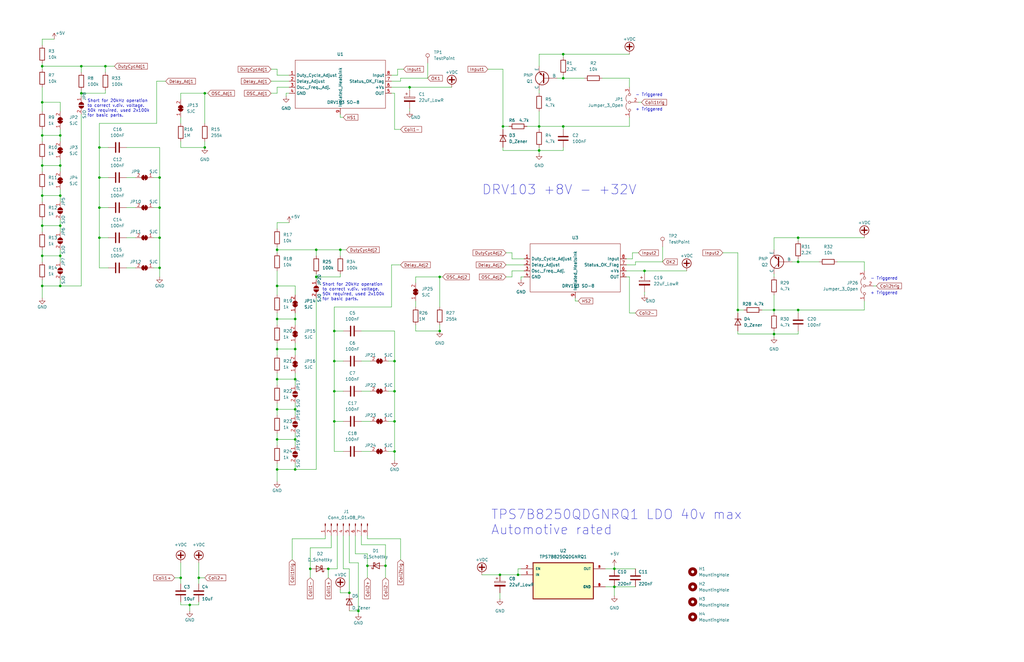
<source format=kicad_sch>
(kicad_sch (version 20230121) (generator eeschema)
  (paper "B")
  (title_block (rev "V0.0"))
  (junction (at 34.29 27.94))
  (junction (at 25.4 57.15))
  (junction (at 17.78 69.85))
  (junction (at 151.13 257.81))
  (junction (at 17.78 57.15))
  (junction (at 133.35 116.84))
  (junction (at 41.91 87.63))
  (junction (at 67.31 87.63))
  (junction (at 17.78 27.94))
  (junction (at 116.84 198.12))
  (junction (at 210.82 242.57))
  (junction (at 25.4 82.55))
  (junction (at 166.37 152.4))
  (junction (at 271.78 114.3))
  (junction (at 83.82 243.84))
  (junction (at 17.78 120.65))
  (junction (at 116.84 160.02))
  (junction (at 326.39 130.81))
  (junction (at 147.32 250.19))
  (junction (at 311.15 130.81))
  (junction (at 41.91 74.93))
  (junction (at 140.97 139.7))
  (junction (at 67.31 100.33))
  (junction (at 86.36 39.37))
  (junction (at 17.78 107.95))
  (junction (at 237.49 33.02))
  (junction (at 34.29 39.37))
  (junction (at 67.31 74.93))
  (junction (at 17.78 82.55))
  (junction (at 166.37 190.5))
  (junction (at 218.44 242.57))
  (junction (at 17.78 43.18))
  (junction (at 133.35 105.41))
  (junction (at 138.43 240.03))
  (junction (at 41.91 62.23))
  (junction (at 237.49 22.86))
  (junction (at 140.97 165.1))
  (junction (at 116.84 172.72))
  (junction (at 140.97 152.4))
  (junction (at 76.2 243.84))
  (junction (at 116.84 120.65))
  (junction (at 336.55 130.81))
  (junction (at 336.55 110.49))
  (junction (at 25.4 120.65))
  (junction (at 326.39 140.97))
  (junction (at 25.4 69.85))
  (junction (at 185.42 116.84))
  (junction (at 143.51 105.41))
  (junction (at 227.33 63.5))
  (junction (at 124.46 134.62))
  (junction (at 86.36 62.23))
  (junction (at 227.33 53.34))
  (junction (at 166.37 177.8))
  (junction (at 140.97 177.8))
  (junction (at 124.46 198.12))
  (junction (at 259.08 247.65))
  (junction (at 259.08 240.03))
  (junction (at 124.46 172.72))
  (junction (at 25.4 95.25))
  (junction (at 124.46 147.32))
  (junction (at 172.72 36.83))
  (junction (at 336.55 100.33))
  (junction (at 162.56 238.76))
  (junction (at 166.37 165.1))
  (junction (at 25.4 107.95))
  (junction (at 116.84 105.41))
  (junction (at 116.84 147.32))
  (junction (at 130.81 240.03))
  (junction (at 116.84 134.62))
  (junction (at 44.45 27.94))
  (junction (at 67.31 113.03))
  (junction (at 237.49 53.34))
  (junction (at 185.42 139.7))
  (junction (at 154.94 238.76))
  (junction (at 116.84 185.42))
  (junction (at 124.46 160.02))
  (junction (at 80.01 255.27))
  (junction (at 124.46 185.42))
  (junction (at 212.09 53.34))
  (junction (at 41.91 100.33))
  (junction (at 17.78 95.25))
  (wire (pts (xy 17.78 105.41) (xy 17.78 107.95)))
  (wire (pts (xy 152.4 165.1) (xy 156.21 165.1)))
  (wire (pts (xy 41.91 62.23) (xy 41.91 74.93)))
  (wire (pts (xy 175.26 116.84) (xy 185.42 116.84)))
  (wire (pts (xy 219.71 116.84) (xy 220.98 116.84)))
  (wire (pts (xy 130.81 231.14) (xy 130.81 240.03)))
  (wire (pts (xy 124.46 172.72) (xy 124.46 175.26)))
  (wire (pts (xy 17.78 82.55) (xy 17.78 85.09)))
  (wire (pts (xy 66.04 52.07) (xy 41.91 52.07)))
  (wire (pts (xy 326.39 139.7) (xy 326.39 140.97)))
  (wire (pts (xy 219.71 240.03) (xy 218.44 240.03)))
  (wire (pts (xy 34.29 27.94) (xy 44.45 27.94)))
  (wire (pts (xy 271.78 123.19) (xy 271.78 124.46)))
  (wire (pts (xy 25.4 57.15) (xy 25.4 59.69)))
  (wire (pts (xy 64.77 74.93) (xy 67.31 74.93)))
  (wire (pts (xy 147.32 226.06) (xy 147.32 237.49)))
  (wire (pts (xy 25.4 92.71) (xy 25.4 95.25)))
  (wire (pts (xy 133.35 115.57) (xy 133.35 116.84)))
  (wire (pts (xy 120.65 39.37) (xy 121.92 39.37)))
  (wire (pts (xy 76.2 39.37) (xy 86.36 39.37)))
  (wire (pts (xy 180.34 26.67) (xy 180.34 33.02)))
  (wire (pts (xy 172.72 36.83) (xy 165.1 36.83)))
  (wire (pts (xy 116.84 105.41) (xy 133.35 105.41)))
  (wire (pts (xy 67.31 87.63) (xy 67.31 100.33)))
  (wire (pts (xy 124.46 157.48) (xy 124.46 160.02)))
  (wire (pts (xy 140.97 152.4) (xy 140.97 165.1)))
  (wire (pts (xy 154.94 226.06) (xy 154.94 227.33)))
  (wire (pts (xy 116.84 182.88) (xy 116.84 185.42)))
  (wire (pts (xy 124.46 198.12) (xy 133.35 198.12)))
  (wire (pts (xy 151.13 237.49) (xy 151.13 257.81)))
  (wire (pts (xy 41.91 87.63) (xy 41.91 100.33)))
  (wire (pts (xy 149.86 226.06) (xy 149.86 233.68)))
  (wire (pts (xy 140.97 152.4) (xy 144.78 152.4)))
  (wire (pts (xy 120.65 40.64) (xy 120.65 39.37)))
  (wire (pts (xy 166.37 152.4) (xy 166.37 165.1)))
  (wire (pts (xy 76.2 59.69) (xy 76.2 62.23)))
  (wire (pts (xy 76.2 254) (xy 76.2 255.27)))
  (wire (pts (xy 116.84 172.72) (xy 116.84 175.26)))
  (wire (pts (xy 17.78 69.85) (xy 17.78 72.39)))
  (wire (pts (xy 34.29 39.37) (xy 34.29 40.64)))
  (wire (pts (xy 138.43 240.03) (xy 142.24 240.03)))
  (wire (pts (xy 83.82 243.84) (xy 83.82 246.38)))
  (wire (pts (xy 44.45 38.1) (xy 44.45 39.37)))
  (wire (pts (xy 143.51 105.41) (xy 143.51 107.95)))
  (wire (pts (xy 76.2 255.27) (xy 80.01 255.27)))
  (wire (pts (xy 116.84 29.21) (xy 116.84 31.75)))
  (wire (pts (xy 34.29 27.94) (xy 34.29 30.48)))
  (wire (pts (xy 213.36 111.76) (xy 220.98 111.76)))
  (wire (pts (xy 17.78 120.65) (xy 17.78 125.73)))
  (wire (pts (xy 142.24 226.06) (xy 142.24 240.03)))
  (wire (pts (xy 133.35 105.41) (xy 143.51 105.41)))
  (wire (pts (xy 143.51 105.41) (xy 146.05 105.41)))
  (wire (pts (xy 44.45 39.37) (xy 34.29 39.37)))
  (wire (pts (xy 185.42 116.84) (xy 185.42 129.54)))
  (wire (pts (xy 154.94 233.68) (xy 154.94 238.76)))
  (wire (pts (xy 25.4 46.99) (xy 25.4 43.18)))
  (wire (pts (xy 311.15 139.7) (xy 311.15 140.97)))
  (wire (pts (xy 69.85 34.29) (xy 66.04 34.29)))
  (wire (pts (xy 137.16 227.33) (xy 123.19 227.33)))
  (wire (pts (xy 34.29 120.65) (xy 34.29 48.26)))
  (wire (pts (xy 237.49 53.34) (xy 237.49 54.61)))
  (wire (pts (xy 163.83 190.5) (xy 166.37 190.5)))
  (wire (pts (xy 163.83 165.1) (xy 166.37 165.1)))
  (wire (pts (xy 17.78 36.83) (xy 17.78 43.18)))
  (wire (pts (xy 167.64 29.21) (xy 170.18 29.21)))
  (wire (pts (xy 185.42 137.16) (xy 185.42 139.7)))
  (wire (pts (xy 259.08 240.03) (xy 259.08 238.76)))
  (wire (pts (xy 213.36 116.84) (xy 215.9 116.84)))
  (wire (pts (xy 67.31 62.23) (xy 67.31 74.93)))
  (wire (pts (xy 234.95 33.02) (xy 237.49 33.02)))
  (wire (pts (xy 265.43 132.08) (xy 267.97 132.08)))
  (wire (pts (xy 144.78 226.06) (xy 144.78 240.03)))
  (wire (pts (xy 124.46 182.88) (xy 124.46 185.42)))
  (wire (pts (xy 152.4 152.4) (xy 156.21 152.4)))
  (wire (pts (xy 76.2 237.49) (xy 76.2 243.84)))
  (wire (pts (xy 254 33.02) (xy 265.43 33.02)))
  (wire (pts (xy 266.7 106.68) (xy 269.24 106.68)))
  (wire (pts (xy 336.55 109.22) (xy 336.55 110.49)))
  (wire (pts (xy 116.84 104.14) (xy 116.84 105.41)))
  (wire (pts (xy 264.16 109.22) (xy 266.7 109.22)))
  (wire (pts (xy 271.78 115.57) (xy 271.78 114.3)))
  (wire (pts (xy 116.84 185.42) (xy 124.46 185.42)))
  (wire (pts (xy 175.26 127) (xy 175.26 129.54)))
  (wire (pts (xy 114.3 39.37) (xy 116.84 39.37)))
  (wire (pts (xy 41.91 100.33) (xy 41.91 113.03)))
  (wire (pts (xy 124.46 195.58) (xy 124.46 198.12)))
  (wire (pts (xy 215.9 116.84) (xy 215.9 114.3)))
  (wire (pts (xy 321.31 130.81) (xy 326.39 130.81)))
  (wire (pts (xy 326.39 105.41) (xy 326.39 100.33)))
  (wire (pts (xy 41.91 74.93) (xy 41.91 87.63)))
  (wire (pts (xy 86.36 59.69) (xy 86.36 62.23)))
  (wire (pts (xy 336.55 130.81) (xy 364.49 130.81)))
  (wire (pts (xy 151.13 257.81) (xy 151.13 259.08)))
  (wire (pts (xy 123.19 227.33) (xy 123.19 236.22)))
  (wire (pts (xy 130.81 240.03) (xy 130.81 243.84)))
  (wire (pts (xy 116.84 93.98) (xy 116.84 96.52)))
  (wire (pts (xy 116.84 132.08) (xy 116.84 134.62)))
  (wire (pts (xy 271.78 114.3) (xy 289.56 114.3)))
  (wire (pts (xy 116.84 160.02) (xy 116.84 162.56)))
  (wire (pts (xy 116.84 185.42) (xy 116.84 187.96)))
  (wire (pts (xy 336.55 100.33) (xy 336.55 101.6)))
  (wire (pts (xy 269.24 43.18) (xy 270.51 43.18)))
  (wire (pts (xy 133.35 198.12) (xy 133.35 125.73)))
  (wire (pts (xy 151.13 257.81) (xy 147.32 257.81)))
  (wire (pts (xy 166.37 139.7) (xy 166.37 152.4)))
  (wire (pts (xy 237.49 63.5) (xy 237.49 62.23)))
  (wire (pts (xy 116.84 31.75) (xy 121.92 31.75)))
  (wire (pts (xy 17.78 118.11) (xy 17.78 120.65)))
  (wire (pts (xy 64.77 113.03) (xy 67.31 113.03)))
  (wire (pts (xy 86.36 39.37) (xy 86.36 52.07)))
  (wire (pts (xy 213.36 106.68) (xy 215.9 106.68)))
  (wire (pts (xy 326.39 130.81) (xy 336.55 130.81)))
  (wire (pts (xy 265.43 33.02) (xy 265.43 36.83)))
  (wire (pts (xy 353.06 110.49) (xy 364.49 110.49)))
  (wire (pts (xy 218.44 240.03) (xy 218.44 242.57)))
  (wire (pts (xy 17.78 16.51) (xy 17.78 19.05)))
  (wire (pts (xy 76.2 62.23) (xy 86.36 62.23)))
  (wire (pts (xy 227.33 38.1) (xy 227.33 39.37)))
  (wire (pts (xy 25.4 118.11) (xy 25.4 120.65)))
  (wire (pts (xy 163.83 177.8) (xy 166.37 177.8)))
  (wire (pts (xy 227.33 53.34) (xy 227.33 54.61)))
  (wire (pts (xy 116.84 160.02) (xy 124.46 160.02)))
  (wire (pts (xy 53.34 87.63) (xy 57.15 87.63)))
  (wire (pts (xy 25.4 67.31) (xy 25.4 69.85)))
  (wire (pts (xy 67.31 113.03) (xy 67.31 116.84)))
  (wire (pts (xy 17.78 27.94) (xy 17.78 29.21)))
  (wire (pts (xy 186.69 116.84) (xy 185.42 116.84)))
  (wire (pts (xy 336.55 130.81) (xy 336.55 132.08)))
  (wire (pts (xy 222.25 53.34) (xy 227.33 53.34)))
  (wire (pts (xy 25.4 120.65) (xy 34.29 120.65)))
  (wire (pts (xy 166.37 165.1) (xy 166.37 177.8)))
  (wire (pts (xy 162.56 238.76) (xy 162.56 243.84)))
  (wire (pts (xy 17.78 26.67) (xy 17.78 27.94)))
  (wire (pts (xy 149.86 233.68) (xy 154.94 233.68)))
  (wire (pts (xy 116.84 36.83) (xy 121.92 36.83)))
  (wire (pts (xy 140.97 165.1) (xy 144.78 165.1)))
  (wire (pts (xy 139.7 231.14) (xy 139.7 226.06)))
  (wire (pts (xy 17.78 43.18) (xy 25.4 43.18)))
  (wire (pts (xy 175.26 119.38) (xy 175.26 116.84)))
  (wire (pts (xy 237.49 22.86) (xy 237.49 24.13)))
  (wire (pts (xy 152.4 177.8) (xy 156.21 177.8)))
  (wire (pts (xy 259.08 247.65) (xy 259.08 251.46)))
  (wire (pts (xy 143.51 250.19) (xy 147.32 250.19)))
  (wire (pts (xy 87.63 39.37) (xy 86.36 39.37)))
  (wire (pts (xy 44.45 27.94) (xy 44.45 30.48)))
  (wire (pts (xy 227.33 27.94) (xy 227.33 22.86)))
  (wire (pts (xy 166.37 39.37) (xy 166.37 54.61)))
  (wire (pts (xy 41.91 62.23) (xy 45.72 62.23)))
  (wire (pts (xy 44.45 27.94) (xy 48.26 27.94)))
  (wire (pts (xy 41.91 87.63) (xy 45.72 87.63)))
  (wire (pts (xy 121.92 93.98) (xy 116.84 93.98)))
  (wire (pts (xy 124.46 160.02) (xy 124.46 162.56)))
  (wire (pts (xy 205.74 29.21) (xy 212.09 29.21)))
  (wire (pts (xy 259.08 240.03) (xy 267.97 240.03)))
  (wire (pts (xy 215.9 109.22) (xy 220.98 109.22)))
  (wire (pts (xy 218.44 242.57) (xy 219.71 242.57)))
  (wire (pts (xy 255.27 240.03) (xy 259.08 240.03)))
  (wire (pts (xy 152.4 190.5) (xy 156.21 190.5)))
  (wire (pts (xy 17.78 95.25) (xy 17.78 97.79)))
  (wire (pts (xy 175.26 139.7) (xy 185.42 139.7)))
  (wire (pts (xy 152.4 229.87) (xy 162.56 229.87)))
  (wire (pts (xy 17.78 69.85) (xy 25.4 69.85)))
  (wire (pts (xy 336.55 100.33) (xy 364.49 100.33)))
  (wire (pts (xy 116.84 39.37) (xy 116.84 36.83)))
  (wire (pts (xy 364.49 110.49) (xy 364.49 114.3)))
  (wire (pts (xy 212.09 29.21) (xy 212.09 53.34)))
  (wire (pts (xy 73.66 243.84) (xy 76.2 243.84)))
  (wire (pts (xy 304.8 106.68) (xy 311.15 106.68)))
  (wire (pts (xy 17.78 27.94) (xy 34.29 27.94)))
  (wire (pts (xy 25.4 69.85) (xy 25.4 72.39)))
  (wire (pts (xy 76.2 49.53) (xy 76.2 52.07)))
  (wire (pts (xy 311.15 140.97) (xy 326.39 140.97)))
  (wire (pts (xy 147.32 240.03) (xy 147.32 250.19)))
  (wire (pts (xy 267.97 111.76) (xy 267.97 110.49)))
  (wire (pts (xy 210.82 242.57) (xy 218.44 242.57)))
  (wire (pts (xy 172.72 38.1) (xy 172.72 36.83)))
  (wire (pts (xy 279.4 104.14) (xy 279.4 110.49)))
  (wire (pts (xy 116.84 172.72) (xy 124.46 172.72)))
  (wire (pts (xy 154.94 238.76) (xy 154.94 243.84)))
  (wire (pts (xy 124.46 198.12) (xy 116.84 198.12)))
  (wire (pts (xy 116.84 147.32) (xy 116.84 149.86)))
  (wire (pts (xy 219.71 118.11) (xy 219.71 116.84)))
  (wire (pts (xy 143.51 248.92) (xy 143.51 250.19)))
  (wire (pts (xy 227.33 22.86) (xy 237.49 22.86)))
  (wire (pts (xy 227.33 62.23) (xy 227.33 63.5)))
  (wire (pts (xy 172.72 45.72) (xy 172.72 46.99)))
  (wire (pts (xy 368.3 120.65) (xy 369.57 120.65)))
  (wire (pts (xy 25.4 54.61) (xy 25.4 57.15)))
  (wire (pts (xy 116.84 144.78) (xy 116.84 147.32)))
  (wire (pts (xy 140.97 177.8) (xy 144.78 177.8)))
  (wire (pts (xy 67.31 74.93) (xy 67.31 87.63)))
  (wire (pts (xy 265.43 49.53) (xy 265.43 53.34)))
  (wire (pts (xy 116.84 105.41) (xy 116.84 106.68)))
  (wire (pts (xy 116.84 134.62) (xy 124.46 134.62)))
  (wire (pts (xy 114.3 29.21) (xy 116.84 29.21)))
  (wire (pts (xy 116.84 198.12) (xy 116.84 203.2)))
  (wire (pts (xy 152.4 139.7) (xy 166.37 139.7)))
  (wire (pts (xy 83.82 254) (xy 83.82 255.27)))
  (wire (pts (xy 242.57 125.73) (xy 242.57 127)))
  (wire (pts (xy 17.78 82.55) (xy 25.4 82.55)))
  (wire (pts (xy 116.84 114.3) (xy 116.84 120.65)))
  (wire (pts (xy 144.78 240.03) (xy 147.32 240.03)))
  (wire (pts (xy 147.32 237.49) (xy 151.13 237.49)))
  (wire (pts (xy 237.49 31.75) (xy 237.49 33.02)))
  (wire (pts (xy 116.84 157.48) (xy 116.84 160.02)))
  (wire (pts (xy 116.84 147.32) (xy 124.46 147.32)))
  (wire (pts (xy 116.84 170.18) (xy 116.84 172.72)))
  (wire (pts (xy 41.91 113.03) (xy 45.72 113.03)))
  (wire (pts (xy 76.2 41.91) (xy 76.2 39.37)))
  (wire (pts (xy 53.34 100.33) (xy 57.15 100.33)))
  (wire (pts (xy 86.36 243.84) (xy 83.82 243.84)))
  (wire (pts (xy 311.15 106.68) (xy 311.15 130.81)))
  (wire (pts (xy 255.27 247.65) (xy 259.08 247.65)))
  (wire (pts (xy 154.94 227.33) (xy 168.91 227.33)))
  (wire (pts (xy 326.39 140.97) (xy 326.39 142.24)))
  (wire (pts (xy 237.49 53.34) (xy 265.43 53.34)))
  (wire (pts (xy 53.34 74.93) (xy 57.15 74.93)))
  (wire (pts (xy 311.15 130.81) (xy 311.15 132.08)))
  (wire (pts (xy 17.78 107.95) (xy 17.78 110.49)))
  (wire (pts (xy 25.4 82.55) (xy 25.4 85.09)))
  (wire (pts (xy 25.4 80.01) (xy 25.4 82.55)))
  (wire (pts (xy 140.97 165.1) (xy 140.97 177.8)))
  (wire (pts (xy 124.46 134.62) (xy 124.46 137.16)))
  (wire (pts (xy 168.91 227.33) (xy 168.91 236.22)))
  (wire (pts (xy 152.4 226.06) (xy 152.4 229.87)))
  (wire (pts (xy 133.35 116.84) (xy 133.35 118.11)))
  (wire (pts (xy 242.57 127) (xy 243.84 127)))
  (wire (pts (xy 143.51 116.84) (xy 133.35 116.84)))
  (wire (pts (xy 140.97 129.54) (xy 140.97 139.7)))
  (wire (pts (xy 17.78 43.18) (xy 17.78 46.99)))
  (wire (pts (xy 17.78 57.15) (xy 25.4 57.15)))
  (wire (pts (xy 124.46 170.18) (xy 124.46 172.72)))
  (wire (pts (xy 336.55 110.49) (xy 345.44 110.49)))
  (wire (pts (xy 130.81 231.14) (xy 139.7 231.14)))
  (wire (pts (xy 143.51 48.26) (xy 143.51 49.53)))
  (wire (pts (xy 66.04 34.29) (xy 66.04 52.07)))
  (wire (pts (xy 311.15 130.81) (xy 313.69 130.81)))
  (wire (pts (xy 140.97 139.7) (xy 144.78 139.7)))
  (wire (pts (xy 17.78 80.01) (xy 17.78 82.55)))
  (wire (pts (xy 212.09 53.34) (xy 212.09 54.61)))
  (wire (pts (xy 326.39 130.81) (xy 326.39 132.08)))
  (wire (pts (xy 17.78 67.31) (xy 17.78 69.85)))
  (wire (pts (xy 165.1 31.75) (xy 167.64 31.75)))
  (wire (pts (xy 143.51 115.57) (xy 143.51 116.84)))
  (wire (pts (xy 22.86 16.51) (xy 17.78 16.51)))
  (wire (pts (xy 212.09 53.34) (xy 214.63 53.34)))
  (wire (pts (xy 80.01 255.27) (xy 83.82 255.27)))
  (wire (pts (xy 203.2 242.57) (xy 210.82 242.57)))
  (wire (pts (xy 237.49 33.02) (xy 246.38 33.02)))
  (wire (pts (xy 34.29 38.1) (xy 34.29 39.37)))
  (wire (pts (xy 124.46 124.46) (xy 124.46 120.65)))
  (wire (pts (xy 53.34 113.03) (xy 57.15 113.03)))
  (wire (pts (xy 124.46 147.32) (xy 124.46 149.86)))
  (wire (pts (xy 25.4 120.65) (xy 17.78 120.65)))
  (wire (pts (xy 168.91 33.02) (xy 180.34 33.02)))
  (wire (pts (xy 116.84 120.65) (xy 124.46 120.65)))
  (wire (pts (xy 266.7 109.22) (xy 266.7 106.68)))
  (wire (pts (xy 80.01 255.27) (xy 80.01 257.81)))
  (wire (pts (xy 162.56 229.87) (xy 162.56 238.76)))
  (wire (pts (xy 25.4 107.95) (xy 25.4 110.49)))
  (wire (pts (xy 41.91 52.07) (xy 41.91 62.23)))
  (wire (pts (xy 124.46 132.08) (xy 124.46 134.62)))
  (wire (pts (xy 53.34 62.23) (xy 67.31 62.23)))
  (wire (pts (xy 116.84 134.62) (xy 116.84 137.16)))
  (wire (pts (xy 227.33 63.5) (xy 227.33 64.77)))
  (wire (pts (xy 17.78 107.95) (xy 25.4 107.95)))
  (wire (pts (xy 140.97 139.7) (xy 140.97 152.4)))
  (wire (pts (xy 267.97 110.49) (xy 279.4 110.49)))
  (wire (pts (xy 140.97 177.8) (xy 140.97 190.5)))
  (wire (pts (xy 41.91 74.93) (xy 45.72 74.93)))
  (wire (pts (xy 137.16 226.06) (xy 137.16 227.33)))
  (wire (pts (xy 210.82 250.19) (xy 210.82 252.73)))
  (wire (pts (xy 334.01 110.49) (xy 336.55 110.49)))
  (wire (pts (xy 133.35 105.41) (xy 133.35 107.95)))
  (wire (pts (xy 83.82 237.49) (xy 83.82 243.84)))
  (wire (pts (xy 166.37 190.5) (xy 166.37 194.31)))
  (wire (pts (xy 227.33 63.5) (xy 237.49 63.5)))
  (wire (pts (xy 166.37 177.8) (xy 166.37 190.5)))
  (wire (pts (xy 326.39 100.33) (xy 336.55 100.33)))
  (wire (pts (xy 143.51 49.53) (xy 144.78 49.53)))
  (wire (pts (xy 172.72 36.83) (xy 190.5 36.83)))
  (wire (pts (xy 166.37 54.61) (xy 168.91 54.61)))
  (wire (pts (xy 168.91 111.76) (xy 165.1 111.76)))
  (wire (pts (xy 116.84 195.58) (xy 116.84 198.12)))
  (wire (pts (xy 163.83 152.4) (xy 166.37 152.4)))
  (wire (pts (xy 259.08 247.65) (xy 267.97 247.65)))
  (wire (pts (xy 138.43 240.03) (xy 138.43 243.84)))
  (wire (pts (xy 67.31 100.33) (xy 67.31 113.03)))
  (wire (pts (xy 212.09 62.23) (xy 212.09 63.5)))
  (wire (pts (xy 165.1 34.29) (xy 168.91 34.29)))
  (wire (pts (xy 264.16 116.84) (xy 265.43 116.84)))
  (wire (pts (xy 140.97 190.5) (xy 144.78 190.5)))
  (wire (pts (xy 364.49 127) (xy 364.49 130.81)))
  (wire (pts (xy 124.46 144.78) (xy 124.46 147.32)))
  (wire (pts (xy 336.55 140.97) (xy 336.55 139.7)))
  (wire (pts (xy 64.77 87.63) (xy 67.31 87.63)))
  (wire (pts (xy 64.77 100.33) (xy 67.31 100.33)))
  (wire (pts (xy 212.09 63.5) (xy 227.33 63.5)))
  (wire (pts (xy 25.4 105.41) (xy 25.4 107.95)))
  (wire (pts (xy 175.26 137.16) (xy 175.26 139.7)))
  (wire (pts (xy 326.39 124.46) (xy 326.39 130.81)))
  (wire (pts (xy 41.91 100.33) (xy 45.72 100.33)))
  (wire (pts (xy 165.1 111.76) (xy 165.1 129.54)))
  (wire (pts (xy 17.78 54.61) (xy 17.78 57.15)))
  (wire (pts (xy 326.39 140.97) (xy 336.55 140.97)))
  (wire (pts (xy 165.1 39.37) (xy 166.37 39.37)))
  (wire (pts (xy 326.39 115.57) (xy 326.39 116.84)))
  (wire (pts (xy 17.78 57.15) (xy 17.78 59.69)))
  (wire (pts (xy 215.9 114.3) (xy 220.98 114.3)))
  (wire (pts (xy 265.43 116.84) (xy 265.43 132.08)))
  (wire (pts (xy 167.64 31.75) (xy 167.64 29.21)))
  (wire (pts (xy 168.91 34.29) (xy 168.91 33.02)))
  (wire (pts (xy 264.16 111.76) (xy 267.97 111.76)))
  (wire (pts (xy 76.2 246.38) (xy 76.2 243.84)))
  (wire (pts (xy 227.33 46.99) (xy 227.33 53.34)))
  (wire (pts (xy 215.9 106.68) (xy 215.9 109.22)))
  (wire (pts (xy 165.1 129.54) (xy 140.97 129.54)))
  (wire (pts (xy 124.46 185.42) (xy 124.46 187.96)))
  (wire (pts (xy 25.4 95.25) (xy 25.4 97.79)))
  (wire (pts (xy 17.78 95.25) (xy 25.4 95.25)))
  (wire (pts (xy 114.3 34.29) (xy 121.92 34.29)))
  (wire (pts (xy 17.78 92.71) (xy 17.78 95.25)))
  (wire (pts (xy 237.49 22.86) (xy 265.43 22.86)))
  (wire (pts (xy 271.78 114.3) (xy 264.16 114.3)))
  (wire (pts (xy 116.84 120.65) (xy 116.84 124.46)))
  (wire (pts (xy 227.33 53.34) (xy 237.49 53.34)))
  (text "Short for 20kHz operation\nto correct v.div. voltage.\n50k required, used 2x100k \nfor basic parts." (at 36.83 49.53 0) (effects (font (size 1.27 1.27)) (justify left bottom)))
  (text "- Triggered\n\n\n+ Triggered" (at 367.03 124.46 0) (effects (font (size 1.27 1.27)) (justify left bottom)))
  (text "- Triggered\n\n\n+ Triggered" (at 267.97 46.99 0) (effects (font (size 1.27 1.27)) (justify left bottom)))
  (text "Short for 20kHz operation\nto correct v.div. voltage.\n50k required, used 2x100k \nfor basic parts." (at 135.89 127 0) (effects (font (size 1.27 1.27)) (justify left bottom)))
  (text "DRV103 +8V - +32V" (at 203.2 82.55 0) (effects (font (size 4 4)) (justify left bottom)))
  (text "TPS7B8250QDGNRQ1 LDO 40v max\nAutomotive rated" (at 207.01 226.06 0) (effects (font (size 4 4)) (justify left bottom)))
  (global_label "OSC_Adj2" (shape input) (at 186.69 116.84 0) (property "Intersheetrefs" "${INTERSHEET_REFS}" (effects hide)))
  (global_label "Coil2-" (shape input) (at 267.97 132.08 0) (property "Intersheetrefs" "${INTERSHEET_REFS}" (effects hide)))
  (global_label "Delay_Adj1" (shape input) (at 69.85 34.29 0) (property "Intersheetrefs" "${INTERSHEET_REFS}" (effects hide)))
  (global_label "Delay_Adj1" (shape input) (at 114.3 34.29 180) (property "Intersheetrefs" "${INTERSHEET_REFS}" (effects hide)))
  (global_label "DutyCycAdj1" (shape input) (at 48.26 27.94 0) (property "Intersheetrefs" "${INTERSHEET_REFS}" (effects hide)))
  (global_label "OK1" (shape input) (at 180.34 33.02 0) (property "Intersheetrefs" "${INTERSHEET_REFS}" (effects hide)))
  (global_label "Coil1trig" (shape input) (at 123.19 236.22 270) (property "Intersheetrefs" "${INTERSHEET_REFS}" (effects hide)))
  (global_label "Coil2trig" (shape input) (at 168.91 236.22 270) (property "Intersheetrefs" "${INTERSHEET_REFS}" (effects hide)))
  (global_label "DutyCycAdj1" (shape input) (at 114.3 29.21 180) (property "Intersheetrefs" "${INTERSHEET_REFS}" (effects hide)))
  (global_label "Delay_Adj2" (shape input) (at 168.91 111.76 0) (property "Intersheetrefs" "${INTERSHEET_REFS}" (effects hide)))
  (global_label "Coil1+" (shape input) (at 138.43 243.84 270) (property "Intersheetrefs" "${INTERSHEET_REFS}" (effects hide)))
  (global_label "Coil1trig" (shape input) (at 270.51 43.18 0) (property "Intersheetrefs" "${INTERSHEET_REFS}" (effects hide)))
  (global_label "Input1" (shape input) (at 205.74 29.21 180) (property "Intersheetrefs" "${INTERSHEET_REFS}" (effects hide)))
  (global_label "Coil2+" (shape input) (at 86.36 243.84 0) (property "Intersheetrefs" "${INTERSHEET_REFS}" (effects hide)))
  (global_label "Input1" (shape input) (at 170.18 29.21 0) (property "Intersheetrefs" "${INTERSHEET_REFS}" (effects hide)))
  (global_label "OK2" (shape input) (at 279.4 110.49 0) (property "Intersheetrefs" "${INTERSHEET_REFS}" (effects hide)))
  (global_label "Input2" (shape input) (at 269.24 106.68 0) (property "Intersheetrefs" "${INTERSHEET_REFS}" (effects hide)))
  (global_label "Coil1+" (shape input) (at 73.66 243.84 180) (property "Intersheetrefs" "${INTERSHEET_REFS}" (effects hide)))
  (global_label "Coil1-" (shape input) (at 130.81 243.84 270) (property "Intersheetrefs" "${INTERSHEET_REFS}" (effects hide)))
  (global_label "HS2" (shape input) (at 243.84 127 0) (property "Intersheetrefs" "${INTERSHEET_REFS}" (effects hide)))
  (global_label "OSC_Adj1" (shape input) (at 87.63 39.37 0) (property "Intersheetrefs" "${INTERSHEET_REFS}" (effects hide)))
  (global_label "Delay_Adj2" (shape input) (at 213.36 111.76 180) (property "Intersheetrefs" "${INTERSHEET_REFS}" (effects hide)))
  (global_label "OSC_Adj1" (shape input) (at 114.3 39.37 180) (property "Intersheetrefs" "${INTERSHEET_REFS}" (effects hide)))
  (global_label "Coil2+" (shape input) (at 154.94 243.84 270) (property "Intersheetrefs" "${INTERSHEET_REFS}" (effects hide)))
  (global_label "DutyCycAdj2" (shape input) (at 146.05 105.41 0) (property "Intersheetrefs" "${INTERSHEET_REFS}" (effects hide)))
  (global_label "Coil2-" (shape input) (at 162.56 243.84 270) (property "Intersheetrefs" "${INTERSHEET_REFS}" (effects hide)))
  (global_label "Coil1-" (shape input) (at 168.91 54.61 0) (property "Intersheetrefs" "${INTERSHEET_REFS}" (effects hide)))
  (global_label "Coil2trig" (shape input) (at 369.57 120.65 0) (property "Intersheetrefs" "${INTERSHEET_REFS}" (effects hide)))
  (global_label "OSC_Adj2" (shape input) (at 213.36 116.84 180) (property "Intersheetrefs" "${INTERSHEET_REFS}" (effects hide)))
  (global_label "DutyCycAdj2" (shape input) (at 213.36 106.68 180) (property "Intersheetrefs" "${INTERSHEET_REFS}" (effects hide)))
  (global_label "Input2" (shape input) (at 304.8 106.68 180) (property "Intersheetrefs" "${INTERSHEET_REFS}" (effects hide)))
  (global_label "HS1" (shape input) (at 144.78 49.53 0) (property "Intersheetrefs" "${INTERSHEET_REFS}" (effects hide)))
  (symbol (lib_id "Mechanical:MountingHole") (at 292.1 254 0) (unit 1)
    (property "Reference" "H3" (at 294.64 252.73 0) (effects (justify left)))
    (property "Value" "MountingHole" (at 294.64 255.27 0) (effects (justify left)))
    (property "Footprint" "MountingHole:MountingHole_4mm" (effects hide))
  )
  (symbol (lib_id "Device:R") (at 326.39 120.65 180) (unit 1)
    (property "Reference" "R29" (at 328.93 119.38 0) (effects (justify right)))
    (property "Value" "4.7k" (at 328.93 121.92 0) (effects (justify right)))
    (property "Footprint" "Resistor_SMD:R_0805_2012Metric_Pad1.20x1.40mm_HandSolder" (effects hide))
    (property "LCSC Part" "C17673" (effects hide))
    (property "Basic Part?" "B" (effects hide))
  )
  (symbol (lib_id "Jumper:Jumper_3_Open") (at 265.43 43.18 90) (unit 1)
    (property "Reference" "JP1" (at 262.89 41.91 90) (effects (justify left)))
    (property "Value" "Jumper_3_Open" (at 262.89 44.45 90) (effects (justify left)))
    (property "Footprint" "Jumper:SolderJumper-3_P1.3mm_Open_RoundedPad1.0x1.5mm" (effects hide))
  )
  (symbol (lib_id "Jumper:SolderJumper_2_Open") (at 25.4 101.6 270) (unit 1)
    (property "Reference" "JP6" (at 26.67 97.79 0))
    (property "Value" "SJO" (at 26.67 105.41 0))
    (property "Footprint" "Jumper:SolderJumper-2_P1.3mm_Open_RoundedPad1.0x1.5mm" (effects hide))
  )
  (symbol (lib_id "Device:C") (at 49.53 74.93 90) (unit 1)
    (property "Reference" "C12" (at 49.53 67.31 90))
    (property "Value" "100nF" (at 49.53 69.85 90))
    (property "Footprint" "Capacitor_SMD:C_0805_2012Metric_Pad1.18x1.45mm_HandSolder" (effects hide))
    (property "LCSC Part" "C28233" (effects hide))
    (property "Basic Part?" "B" (effects hide))
  )
  (symbol (lib_id "Device:C") (at 267.97 243.84 0) (unit 1)
    (property "Reference" "C11" (at 269.24 241.3 0) (effects (justify left)))
    (property "Value" "220nF" (at 269.24 246.38 0) (effects (justify left)))
    (property "Footprint" "Capacitor_SMD:C_0805_2012Metric_Pad1.18x1.45mm_HandSolder" (effects hide))
    (property "LCSC Part" "C5378" (effects hide))
    (property "Basic Part?" "B" (effects hide))
  )
  (symbol (lib_id "Device:R") (at 175.26 133.35 0) (unit 1)
    (property "Reference" "R26" (at 176.53 132.08 0) (effects (justify left)))
    (property "Value" "1M" (at 176.53 134.62 0) (effects (justify left)))
    (property "Footprint" "Resistor_SMD:R_0805_2012Metric_Pad1.20x1.40mm_HandSolder" (effects hide))
    (property "LCSC Part" "C137463" (effects hide))
    (property "Basic Part?" "E" (effects hide))
  )
  (symbol (lib_id "power:+VDC") (at 190.5 36.83 0) (unit 1)
    (property "Reference" "#PWR023" (effects hide))
    (property "Value" "+VDC" (at 190.5 30.48 0))
  )
  (symbol (lib_id "Device:C") (at 148.59 165.1 90) (unit 1)
    (property "Reference" "C7" (at 148.59 157.48 90))
    (property "Value" "100nF" (at 148.59 160.02 90))
    (property "Footprint" "Capacitor_SMD:C_0805_2012Metric_Pad1.18x1.45mm_HandSolder" (effects hide))
    (property "LCSC Part" "C28233" (effects hide))
    (property "Basic Part?" "B" (effects hide))
  )
  (symbol (lib_id "TPS7B8250QDGNRQ1:TPS7B8250QDGNRQ1") (at 237.49 245.11 0) (unit 1)
    (property "Reference" "U2" (at 237.49 232.41 0))
    (property "Value" "TPS7B8250QDGNRQ1" (at 237.49 234.95 0))
    (property "Footprint" "TPS7B8250QDGNRQ1:SOP65P490X110-9N" (effects hide))
    (property "MF" "Texas Instruments" (effects hide))
    (property "Description" "\nAutomotive 300-mA, off-battery (40-V), ultra-low-IQ LDO with enable in AEC-Q100 Grade-0 and Grade-1\n" (effects hide))
    (property "Package" "HVSSOP-8 Texas Instruments" (effects hide))
    (property "Price" "None" (effects hide))
    (property "SnapEDA_Link" "https://www.snapeda.com/parts/TPS7B8250QDGNRQ1/Texas+Instruments/view-part/?ref=snap" (effects hide))
    (property "MP" "TPS7B8250QDGNRQ1" (effects hide))
    (property "Purchase-URL" "https://www.snapeda.com/api/url_track_click_mouser/?unipart_id=2746099&manufacturer=Texas Instruments&part_name=TPS7B8250QDGNRQ1&search_term=None" (effects hide))
    (property "Availability" "In Stock" (effects hide))
    (property "Check_prices" "https://www.snapeda.com/parts/TPS7B8250QDGNRQ1/Texas+Instruments/view-part/?ref=eda" (effects hide))
    (property "LCSC Part" "C424924" (effects hide))
    (property "JLCPCB Rotation Offset" "-90" (effects hide))
    (property "Manufacturer Part No." "TPS7B8250QDGNRQ1" (effects hide))
    (property "Basic Part?" "E" (effects hide))
  )
  (symbol (lib_id "Mechanical:MountingHole") (at 292.1 247.65 0) (unit 1)
    (property "Reference" "H2" (at 294.64 246.38 0) (effects (justify left)))
    (property "Value" "MountingHole" (at 294.64 248.92 0) (effects (justify left)))
    (property "Footprint" "MountingHole:MountingHole_4mm" (effects hide))
  )
  (symbol (lib_id "power:GND") (at 67.31 116.84 0) (unit 1)
    (property "Reference" "#PWR014" (effects hide))
    (property "Value" "GND" (at 67.31 120.65 0))
  )
  (symbol (lib_id "Jumper:SolderJumper_2_Bridged") (at 60.96 87.63 180) (unit 1)
    (property "Reference" "JP10" (at 57.15 85.09 0))
    (property "Value" "SJC" (at 64.77 85.09 0))
    (property "Footprint" "Jumper:SolderJumper-2_P1.3mm_Bridged_RoundedPad1.0x1.5mm" (effects hide))
  )
  (symbol (lib_id "Device:R") (at 116.84 179.07 180) (unit 1)
    (property "Reference" "R23" (at 119.38 177.8 0) (effects (justify right)))
    (property "Value" "1k" (at 119.38 180.34 0) (effects (justify right)))
    (property "Footprint" "Resistor_SMD:R_0805_2012Metric_Pad1.20x1.40mm_HandSolder" (effects hide))
    (property "LCSC Part" "C17513" (effects hide))
    (property "Manufacturer Part No." "RC0805JR-071M5L" (effects hide))
    (property "Basic Part?" "B" (effects hide))
  )
  (symbol (lib_id "power:GND") (at 116.84 203.2 0) (unit 1)
    (property "Reference" "#PWR017" (effects hide))
    (property "Value" "GND" (at 116.84 207.01 0))
  )
  (symbol (lib_id "Device:R") (at 116.84 166.37 180) (unit 1)
    (property "Reference" "R22" (at 119.38 165.1 0) (effects (justify right)))
    (property "Value" "1k" (at 119.38 167.64 0) (effects (justify right)))
    (property "Footprint" "Resistor_SMD:R_0805_2012Metric_Pad1.20x1.40mm_HandSolder" (effects hide))
    (property "LCSC Part" "C17513" (effects hide))
    (property "Manufacturer Part No." "RC0805JR-071M5L" (effects hide))
    (property "Basic Part?" "B" (effects hide))
  )
  (symbol (lib_id "Jumper:SolderJumper_2_Bridged") (at 160.02 190.5 180) (unit 1)
    (property "Reference" "JP24" (at 156.21 187.96 0))
    (property "Value" "SJC" (at 163.83 187.96 0))
    (property "Footprint" "Jumper:SolderJumper-2_P1.3mm_Bridged_RoundedPad1.0x1.5mm" (effects hide))
  )
  (symbol (lib_id "Device:D_Schottky") (at 158.75 238.76 0) (mirror x) (unit 1)
    (property "Reference" "D1" (at 158.4325 232.41 0))
    (property "Value" "D_Schottky" (at 158.4325 234.95 0))
    (property "Footprint" "Diode_SMD:D_SMA_Handsoldering" (effects hide))
    (property "LCSC Part" "C22452" (effects hide))
    (property "Basic Part?" "B" (effects hide))
  )
  (symbol (lib_id "Jumper:SolderJumper_2_Open") (at 124.46 191.77 270) (unit 1)
    (property "Reference" "JP19" (at 125.73 187.96 0))
    (property "Value" "SJO" (at 125.73 195.58 0))
    (property "Footprint" "Jumper:SolderJumper-2_P1.3mm_Open_RoundedPad1.0x1.5mm" (effects hide))
  )
  (symbol (lib_id "Jumper:SolderJumper_2_Open") (at 124.46 166.37 270) (unit 1)
    (property "Reference" "JP17" (at 125.73 162.56 0))
    (property "Value" "SJO" (at 125.73 170.18 0))
    (property "Footprint" "Jumper:SolderJumper-2_P1.3mm_Open_RoundedPad1.0x1.5mm" (effects hide))
  )
  (symbol (lib_id "Device:R") (at 336.55 105.41 0) (unit 1)
    (property "Reference" "R31" (at 337.82 104.14 0) (effects (justify left)))
    (property "Value" "2.2K" (at 337.82 106.68 0) (effects (justify left)))
    (property "Footprint" "Resistor_SMD:R_0805_2012Metric_Pad1.20x1.40mm_HandSolder" (effects hide))
    (property "LCSC Part" "C17520" (effects hide))
    (property "Basic Part?" "B" (effects hide))
  )
  (symbol (lib_id "Device:R") (at 86.36 55.88 0) (unit 1)
    (property "Reference" "R15" (at 88.9 54.61 0) (effects (justify left)))
    (property "Value" "255k" (at 88.9 57.15 0) (effects (justify left)))
    (property "Footprint" "Resistor_SMD:R_0805_2012Metric_Pad1.20x1.40mm_HandSolder" (effects hide))
    (property "LCSC Part" "C3016493" (effects hide))
    (property "Manufacturer Part No." "SCR0805F255K" (effects hide))
    (property "Basic Part?" "E" (effects hide))
  )
  (symbol (lib_id "Connector:TestPoint") (at 180.34 26.67 0) (unit 1)
    (property "Reference" "TP1" (at 182.88 22.098 0) (effects (justify left)))
    (property "Value" "TestPoint" (at 182.88 24.638 0) (effects (justify left)))
    (property "Footprint" "TestPoint:TestPoint_THTPad_1.0x1.0mm_Drill0.5mm" (effects hide))
  )
  (symbol (lib_id "power:GND") (at 80.01 257.81 0) (unit 1)
    (property "Reference" "#PWR07" (effects hide))
    (property "Value" "GND" (at 80.01 261.62 0))
  )
  (symbol (lib_id "Device:C") (at 336.55 135.89 0) (unit 1)
    (property "Reference" "C20" (at 340.36 134.62 0) (effects (justify left)))
    (property "Value" "100nF" (at 340.36 137.16 0) (effects (justify left)))
    (property "Footprint" "Capacitor_SMD:C_0805_2012Metric_Pad1.18x1.45mm_HandSolder" (effects hide))
    (property "LCSC Part" "C28233" (effects hide))
    (property "Basic Part?" "B" (effects hide))
  )
  (symbol (lib_id "power:GND") (at 326.39 142.24 0) (unit 1)
    (property "Reference" "#PWR024" (effects hide))
    (property "Value" "GND" (at 326.39 147.32 0))
  )
  (symbol (lib_id "Device:R") (at 133.35 111.76 0) (unit 1)
    (property "Reference" "R25" (at 135.89 110.49 0) (effects (justify left)))
    (property "Value" "100k" (at 135.89 113.03 0) (effects (justify left)))
    (property "Footprint" "Resistor_SMD:R_0805_2012Metric_Pad1.20x1.40mm_HandSolder" (effects hide))
    (property "LCSC Part" "C2828840" (effects hide))
    (property "Manufacturer Part No." "ARG05DTC5002" (effects hide))
    (property "Basic Part?" "B" (effects hide))
  )
  (symbol (lib_id "power:GND") (at 151.13 259.08 0) (mirror y) (unit 1)
    (property "Reference" "#PWR02" (effects hide))
    (property "Value" "GND" (at 151.13 262.89 0))
  )
  (symbol (lib_id "Device:R") (at 143.51 111.76 0) (unit 1)
    (property "Reference" "R34" (at 146.05 110.49 0) (effects (justify left)))
    (property "Value" "100k" (at 146.05 113.03 0) (effects (justify left)))
    (property "Footprint" "Resistor_SMD:R_0805_2012Metric_Pad1.20x1.40mm_HandSolder" (effects hide))
    (property "LCSC Part" "C2828840" (effects hide))
    (property "Manufacturer Part No." "ARG05DTC5002" (effects hide))
    (property "Basic Part?" "B" (effects hide))
  )
  (symbol (lib_id "Mechanical:MountingHole") (at 292.1 260.35 0) (unit 1)
    (property "Reference" "H4" (at 294.64 259.08 0) (effects (justify left)))
    (property "Value" "MountingHole" (at 294.64 261.62 0) (effects (justify left)))
    (property "Footprint" "MountingHole:MountingHole_4mm" (effects hide))
  )
  (symbol (lib_id "power:+5V") (at 259.08 238.76 0) (unit 1)
    (property "Reference" "#PWR012" (effects hide))
    (property "Value" "+5V" (at 259.08 233.68 0))
  )
  (symbol (lib_id "Device:R") (at 218.44 53.34 270) (unit 1)
    (property "Reference" "R6" (at 215.9 50.8 90))
    (property "Value" "4.7k" (at 220.98 50.8 90))
    (property "Footprint" "Resistor_SMD:R_0805_2012Metric_Pad1.20x1.40mm_HandSolder" (effects hide))
    (property "LCSC Part" "C17673" (effects hide))
    (property "Basic Part?" "B" (effects hide))
  )
  (symbol (lib_id "Device:C") (at 148.59 177.8 90) (unit 1)
    (property "Reference" "C17" (at 148.59 170.18 90))
    (property "Value" "100nF" (at 148.59 172.72 90))
    (property "Footprint" "Capacitor_SMD:C_0805_2012Metric_Pad1.18x1.45mm_HandSolder" (effects hide))
    (property "LCSC Part" "C28233" (effects hide))
    (property "Basic Part?" "B" (effects hide))
  )
  (symbol (lib_id "power:GND") (at 17.78 125.73 0) (unit 1)
    (property "Reference" "#PWR09" (effects hide))
    (property "Value" "GND" (at 17.78 129.54 0))
  )
  (symbol (lib_id "Device:R") (at 17.78 88.9 180) (unit 1)
    (property "Reference" "R12" (at 20.32 87.63 0) (effects (justify right)))
    (property "Value" "1k" (at 20.32 90.17 0) (effects (justify right)))
    (property "Footprint" "Resistor_SMD:R_0805_2012Metric_Pad1.20x1.40mm_HandSolder" (effects hide))
    (property "LCSC Part" "C17513" (effects hide))
    (property "Manufacturer Part No." "RC0805JR-071M5L" (effects hide))
    (property "Basic Part?" "B" (effects hide))
  )
  (symbol (lib_id "Device:R") (at 185.42 133.35 0) (unit 1)
    (property "Reference" "R27" (at 187.96 132.08 0) (effects (justify left)))
    (property "Value" "255k" (at 187.96 134.62 0) (effects (justify left)))
    (property "Footprint" "Resistor_SMD:R_0805_2012Metric_Pad1.20x1.40mm_HandSolder" (effects hide))
    (property "LCSC Part" "C3016493" (effects hide))
    (property "Manufacturer Part No." "SCR0805F255K" (effects hide))
    (property "Basic Part?" "E" (effects hide))
  )
  (symbol (lib_id "Jumper:SolderJumper_2_Bridged") (at 160.02 152.4 180) (unit 1)
    (property "Reference" "JP21" (at 156.21 149.86 0))
    (property "Value" "SJC" (at 163.83 149.86 0))
    (property "Footprint" "Jumper:SolderJumper-2_P1.3mm_Bridged_RoundedPad1.0x1.5mm" (effects hide))
  )
  (symbol (lib_id "Jumper:SolderJumper_2_Bridged") (at 60.96 113.03 180) (unit 1)
    (property "Reference" "JP12" (at 57.15 110.49 0))
    (property "Value" "SJC" (at 64.77 110.49 0))
    (property "Footprint" "Jumper:SolderJumper-2_P1.3mm_Bridged_RoundedPad1.0x1.5mm" (effects hide))
  )
  (symbol (lib_id "Device:R") (at 250.19 33.02 270) (unit 1)
    (property "Reference" "R2" (at 250.19 26.67 90))
    (property "Value" "10k" (at 250.19 29.21 90))
    (property "Footprint" "Resistor_SMD:R_0805_2012Metric_Pad1.20x1.40mm_HandSolder" (effects hide))
    (property "LCSC Part" "C17414" (effects hide))
    (property "Basic Part?" "B" (effects hide))
  )
  (symbol (lib_id "Device:D_Schottky") (at 134.62 240.03 180) (unit 1)
    (property "Reference" "D2" (at 134.9375 233.68 0))
    (property "Value" "D_Schottky" (at 134.9375 236.22 0))
    (property "Footprint" "Diode_SMD:D_SMA_Handsoldering" (effects hide))
    (property "LCSC Part" "C22452" (effects hide))
    (property "Basic Part?" "B" (effects hide))
  )
  (symbol (lib_id "power:GND") (at 166.37 194.31 0) (unit 1)
    (property "Reference" "#PWR019" (effects hide))
    (property "Value" "GND" (at 166.37 198.12 0))
  )
  (symbol (lib_id "power:GND") (at 210.82 252.73 0) (unit 1)
    (property "Reference" "#PWR011" (effects hide))
    (property "Value" "GND" (at 210.82 257.81 0))
  )
  (symbol (lib_name "DRV103_1") (lib_id "DRV103_Coil_Driver:DRV103") (at 242.57 113.03 0) (unit 1)
    (property "Reference" "U3" (at 242.57 100.33 0))
    (property "Value" "DRV103 SO-8" (at 243.84 120.65 0))
    (property "Footprint" "DRV103:DRV103 PowerPad SOIC Large Heatsink" (effects hide))
    (property "LCSC Part" "C1556557" (effects hide))
    (property "JLCPCB Rotation Offset" "-90" (effects hide))
    (property "Manufacturer Part No." "DRV103H" (effects hide))
    (property "Package" "SO-8" (effects hide))
    (property "Basic Part?" "E" (effects hide))
  )
  (symbol (lib_id "power:GND") (at 120.65 40.64 0) (unit 1)
    (property "Reference" "#PWR01" (effects hide))
    (property "Value" "GND" (at 120.65 45.72 0))
  )
  (symbol (lib_id "Device:R") (at 326.39 135.89 180) (unit 1)
    (property "Reference" "R30" (at 328.93 134.62 0) (effects (justify right)))
    (property "Value" "4.7k" (at 328.93 137.16 0) (effects (justify right)))
    (property "Footprint" "Resistor_SMD:R_0805_2012Metric_Pad1.20x1.40mm_HandSolder" (effects hide))
    (property "LCSC Part" "C17673" (effects hide))
    (property "Basic Part?" "B" (effects hide))
  )
  (symbol (lib_id "Device:R") (at 17.78 50.8 180) (unit 1)
    (property "Reference" "R9" (at 20.32 49.53 0) (effects (justify right)))
    (property "Value" "1k" (at 20.32 52.07 0) (effects (justify right)))
    (property "Footprint" "Resistor_SMD:R_0805_2012Metric_Pad1.20x1.40mm_HandSolder" (effects hide))
    (property "LCSC Part" "C17513" (effects hide))
    (property "Manufacturer Part No." "RC0805JR-071M5L" (effects hide))
    (property "Basic Part?" "B" (effects hide))
  )
  (symbol (lib_id "power:GND") (at 219.71 118.11 0) (unit 1)
    (property "Reference" "#PWR021" (effects hide))
    (property "Value" "GND" (at 219.71 123.19 0))
  )
  (symbol (lib_id "Jumper:Jumper_3_Open") (at 364.49 120.65 90) (unit 1)
    (property "Reference" "JP26" (at 361.95 119.38 90) (effects (justify left)))
    (property "Value" "Jumper_3_Open" (at 361.95 121.92 90) (effects (justify left)))
    (property "Footprint" "Jumper:SolderJumper-3_P1.3mm_Open_RoundedPad1.0x1.5mm" (effects hide))
  )
  (symbol (lib_id "Simulation_SPICE:PNP") (at 229.87 33.02 180) (unit 1)
    (property "Reference" "Q1" (at 224.79 34.29 0) (effects (justify left)))
    (property "Value" "PNP" (at 224.79 31.75 0) (effects (justify left)))
    (property "Footprint" "Package_TO_SOT_SMD:SOT-23" (effects hide))
    (property "Sim.Device" "PNP" (effects hide))
    (property "Sim.Type" "GUMMELPOON" (effects hide))
    (property "Sim.Pins" "1=C 2=B 3=E" (effects hide))
    (property "LCSC Part" "C516596" (effects hide))
    (property "Basic Part?" "E" (effects hide))
  )
  (symbol (lib_id "power:GND") (at 86.36 62.23 0) (unit 1)
    (property "Reference" "#PWR015" (effects hide))
    (property "Value" "GND" (at 86.36 67.31 0))
  )
  (symbol (lib_id "power:+VDC") (at 364.49 100.33 0) (unit 1)
    (property "Reference" "#PWR010" (effects hide))
    (property "Value" "+VDC" (at 364.49 93.98 0))
  )
  (symbol (lib_id "Device:C") (at 76.2 250.19 0) (unit 1)
    (property "Reference" "C3" (at 77.47 247.65 0) (effects (justify left)))
    (property "Value" "10uF" (at 77.47 252.73 0) (effects (justify left)))
    (property "Footprint" "Capacitor_SMD:C_0805_2012Metric_Pad1.18x1.45mm_HandSolder" (effects hide))
    (property "LCSC Part" "C440198" (effects hide))
    (property "Basic Part?" "B" (effects hide))
  )
  (symbol (lib_id "power:+5V") (at 121.92 93.98 0) (unit 1)
    (property "Reference" "#PWR018" (effects hide))
    (property "Value" "+5V" (at 124.46 91.44 0))
  )
  (symbol (lib_id "Device:C") (at 148.59 139.7 90) (unit 1)
    (property "Reference" "C5" (at 148.59 132.08 90))
    (property "Value" "100nF" (at 148.59 134.62 90))
    (property "Footprint" "Capacitor_SMD:C_0805_2012Metric_Pad1.18x1.45mm_HandSolder" (effects hide))
    (property "LCSC Part" "C28233" (effects hide))
    (property "Basic Part?" "B" (effects hide))
  )
  (symbol (lib_id "Device:R") (at 237.49 27.94 0) (unit 1)
    (property "Reference" "R1" (at 238.76 26.67 0) (effects (justify left)))
    (property "Value" "2.2K" (at 238.76 29.21 0) (effects (justify left)))
    (property "Footprint" "Resistor_SMD:R_0805_2012Metric_Pad1.20x1.40mm_HandSolder" (effects hide))
    (property "LCSC Part" "C17520" (effects hide))
    (property "Basic Part?" "B" (effects hide))
  )
  (symbol (lib_id "power:+VDC") (at 203.2 242.57 0) (unit 1)
    (property "Reference" "#PWR06" (effects hide))
    (property "Value" "+VDC" (at 203.2 236.22 0))
  )
  (symbol (lib_id "Jumper:SolderJumper_2_Bridged") (at 160.02 165.1 180) (unit 1)
    (property "Reference" "JP22" (at 156.21 162.56 0))
    (property "Value" "SJC" (at 163.83 162.56 0))
    (property "Footprint" "Jumper:SolderJumper-2_P1.3mm_Bridged_RoundedPad1.0x1.5mm" (effects hide))
  )
  (symbol (lib_id "Device:C") (at 49.53 113.03 90) (unit 1)
    (property "Reference" "C15" (at 49.53 105.41 90))
    (property "Value" "100nF" (at 49.53 107.95 90))
    (property "Footprint" "Capacitor_SMD:C_0805_2012Metric_Pad1.18x1.45mm_HandSolder" (effects hide))
    (property "LCSC Part" "C28233" (effects hide))
    (property "Basic Part?" "B" (effects hide))
  )
  (symbol (lib_id "Jumper:SolderJumper_2_Bridged") (at 25.4 76.2 90) (unit 1)
    (property "Reference" "JP4" (at 29.21 74.93 90) (effects (justify right)))
    (property "Value" "SJC" (at 29.21 77.47 90) (effects (justify right)))
    (property "Footprint" "Jumper:SolderJumper-2_P1.3mm_Bridged_RoundedPad1.0x1.5mm" (effects hide))
  )
  (symbol (lib_id "power:+VDC") (at 83.82 237.49 0) (unit 1)
    (property "Reference" "#PWR026" (effects hide))
    (property "Value" "+VDC" (at 83.82 229.87 0))
  )
  (symbol (lib_id "Jumper:SolderJumper_2_Bridged") (at 60.96 74.93 180) (unit 1)
    (property "Reference" "JP9" (at 57.15 72.39 0))
    (property "Value" "SJC" (at 64.77 72.39 0))
    (property "Footprint" "Jumper:SolderJumper-2_P1.3mm_Bridged_RoundedPad1.0x1.5mm" (effects hide))
  )
  (symbol (lib_id "Device:R") (at 17.78 33.02 0) (unit 1)
    (property "Reference" "R7" (at 20.32 31.75 0) (effects (justify left)))
    (property "Value" "10k" (at 20.32 34.29 0) (effects (justify left)))
    (property "Footprint" "Resistor_SMD:R_0805_2012Metric_Pad1.20x1.40mm_HandSolder" (effects hide))
    (property "LCSC Part" "C17414" (effects hide))
    (property "Basic Part?" "B" (effects hide))
  )
  (symbol (lib_id "Jumper:SolderJumper_2_Bridged") (at 124.46 128.27 90) (unit 1)
    (property "Reference" "JP14" (at 128.27 127 90) (effects (justify right)))
    (property "Value" "SJC" (at 128.27 129.54 90) (effects (justify right)))
    (property "Footprint" "Jumper:SolderJumper-2_P1.3mm_Bridged_RoundedPad1.0x1.5mm" (effects hide))
  )
  (symbol (lib_id "power:+VDC") (at 265.43 22.86 0) (unit 1)
    (property "Reference" "#PWR027" (effects hide))
    (property "Value" "+VDC" (at 265.43 16.51 0))
  )
  (symbol (lib_id "Device:R") (at 17.78 22.86 0) (unit 1)
    (property "Reference" "R3" (at 20.32 21.59 0) (effects (justify left)))
    (property "Value" "10k" (at 20.32 24.13 0) (effects (justify left)))
    (property "Footprint" "Resistor_SMD:R_0805_2012Metric_Pad1.20x1.40mm_HandSolder" (effects hide))
    (property "LCSC Part" "C17414" (effects hide))
    (property "Basic Part?" "B" (effects hide))
  )
  (symbol (lib_id "Device:C") (at 49.53 100.33 90) (unit 1)
    (property "Reference" "C14" (at 49.53 92.71 90))
    (property "Value" "100nF" (at 49.53 95.25 90))
    (property "Footprint" "Capacitor_SMD:C_0805_2012Metric_Pad1.18x1.45mm_HandSolder" (effects hide))
    (property "LCSC Part" "C28233" (effects hide))
    (property "Basic Part?" "B" (effects hide))
  )
  (symbol (lib_id "Jumper:SolderJumper_2_Open") (at 25.4 88.9 270) (unit 1)
    (property "Reference" "JP5" (at 26.67 85.09 0))
    (property "Value" "SJO" (at 26.67 92.71 0))
    (property "Footprint" "Jumper:SolderJumper-2_P1.3mm_Open_RoundedPad1.0x1.5mm" (effects hide))
  )
  (symbol (lib_id "Jumper:SolderJumper_2_Open") (at 25.4 114.3 270) (unit 1)
    (property "Reference" "JP7" (at 26.67 110.49 0))
    (property "Value" "SJO" (at 26.67 118.11 0))
    (property "Footprint" "Jumper:SolderJumper-2_P1.3mm_Open_RoundedPad1.0x1.5mm" (effects hide))
  )
  (symbol (lib_id "power:+5V") (at 22.86 16.51 0) (unit 1)
    (property "Reference" "#PWR013" (effects hide))
    (property "Value" "+5V" (at 25.4 13.97 0))
  )
  (symbol (lib_id "Device:R") (at 227.33 58.42 180) (unit 1)
    (property "Reference" "R4" (at 229.87 57.15 0) (effects (justify right)))
    (property "Value" "4.7k" (at 229.87 59.69 0) (effects (justify right)))
    (property "Footprint" "Resistor_SMD:R_0805_2012Metric_Pad1.20x1.40mm_HandSolder" (effects hide))
    (property "LCSC Part" "C17673" (effects hide))
    (property "Basic Part?" "B" (effects hide))
  )
  (symbol (lib_id "Jumper:SolderJumper_2_Bridged") (at 25.4 50.8 90) (unit 1)
    (property "Reference" "JP2" (at 29.21 49.53 90) (effects (justify right)))
    (property "Value" "SJC" (at 29.21 52.07 90) (effects (justify right)))
    (property "Footprint" "Jumper:SolderJumper-2_P1.3mm_Bridged_RoundedPad1.0x1.5mm" (effects hide))
  )
  (symbol (lib_id "Jumper:SolderJumper_2_Open") (at 133.35 121.92 270) (unit 1)
    (property "Reference" "JP20" (at 134.62 118.11 0))
    (property "Value" "SJO" (at 134.62 125.73 0))
    (property "Footprint" "Jumper:SolderJumper-2_P1.3mm_Open_RoundedPad1.0x1.5mm" (effects hide))
  )
  (symbol (lib_id "Connector:TestPoint") (at 279.4 104.14 0) (unit 1)
    (property "Reference" "TP2" (at 281.94 99.568 0) (effects (justify left)))
    (property "Value" "TestPoint" (at 281.94 102.108 0) (effects (justify left)))
    (property "Footprint" "TestPoint:TestPoint_THTPad_1.0x1.0mm_Drill0.5mm" (effects hide))
  )
  (symbol (lib_id "Device:R") (at 17.78 76.2 180) (unit 1)
    (property "Reference" "R11" (at 20.32 74.93 0) (effects (justify right)))
    (property "Value" "1k" (at 20.32 77.47 0) (effects (justify right)))
    (property "Footprint" "Resistor_SMD:R_0805_2012Metric_Pad1.20x1.40mm_HandSolder" (effects hide))
    (property "LCSC Part" "C17513" (effects hide))
    (property "Manufacturer Part No." "RC0805JR-071M5L" (effects hide))
    (property "Basic Part?" "B" (effects hide))
  )
  (symbol (lib_id "Device:C") (at 49.53 62.23 90) (unit 1)
    (property "Reference" "C16" (at 49.53 54.61 90))
    (property "Value" "100nF" (at 49.53 57.15 90))
    (property "Footprint" "Capacitor_SMD:C_0805_2012Metric_Pad1.18x1.45mm_HandSolder" (effects hide))
    (property "LCSC Part" "C28233" (effects hide))
    (property "Basic Part?" "B" (effects hide))
  )
  (symbol (lib_id "Device:R") (at 44.45 34.29 0) (unit 1)
    (property "Reference" "R33" (at 46.99 33.02 0) (effects (justify left)))
    (property "Value" "100k" (at 46.99 35.56 0) (effects (justify left)))
    (property "Footprint" "Resistor_SMD:R_0805_2012Metric_Pad1.20x1.40mm_HandSolder" (effects hide))
    (property "LCSC Part" "C2828840" (effects hide))
    (property "Manufacturer Part No." "ARG05DTC5002" (effects hide))
    (property "Basic Part?" "B" (effects hide))
  )
  (symbol (lib_id "Jumper:SolderJumper_2_Bridged") (at 160.02 177.8 180) (unit 1)
    (property "Reference" "JP23" (at 156.21 175.26 0))
    (property "Value" "SJC" (at 163.83 175.26 0))
    (property "Footprint" "Jumper:SolderJumper-2_P1.3mm_Bridged_RoundedPad1.0x1.5mm" (effects hide))
  )
  (symbol (lib_id "Device:C") (at 49.53 87.63 90) (unit 1)
    (property "Reference" "C13" (at 49.53 80.01 90))
    (property "Value" "100nF" (at 49.53 82.55 90))
    (property "Footprint" "Capacitor_SMD:C_0805_2012Metric_Pad1.18x1.45mm_HandSolder" (effects hide))
    (property "LCSC Part" "C28233" (effects hide))
    (property "Basic Part?" "B" (effects hide))
  )
  (symbol (lib_id "power:GND") (at 259.08 251.46 0) (unit 1)
    (property "Reference" "#PWR016" (effects hide))
    (property "Value" "GND" (at 259.08 256.54 0))
  )
  (symbol (lib_id "Device:R") (at 17.78 63.5 180) (unit 1)
    (property "Reference" "R10" (at 20.32 62.23 0) (effects (justify right)))
    (property "Value" "1k" (at 20.32 64.77 0) (effects (justify right)))
    (property "Footprint" "Resistor_SMD:R_0805_2012Metric_Pad1.20x1.40mm_HandSolder" (effects hide))
    (property "LCSC Part" "C17513" (effects hide))
    (property "Manufacturer Part No." "RC0805JR-071M5L" (effects hide))
    (property "Basic Part?" "B" (effects hide))
  )
  (symbol (lib_id "Device:R") (at 34.29 34.29 0) (unit 1)
    (property "Reference" "R8" (at 36.83 33.02 0) (effects (justify left)))
    (property "Value" "100k" (at 36.83 35.56 0) (effects (justify left)))
    (property "Footprint" "Resistor_SMD:R_0805_2012Metric_Pad1.20x1.40mm_HandSolder" (effects hide))
    (property "LCSC Part" "C2828840" (effects hide))
    (property "Manufacturer Part No." "ARG05DTC5002" (effects hide))
    (property "Basic Part?" "B" (effects hide))
  )
  (symbol (lib_id "Device:D_Zener") (at 212.09 58.42 270) (unit 1)
    (property "Reference" "D3" (at 214.63 57.15 90) (effects (justify left)))
    (property "Value" "D_Zener" (at 214.63 59.69 90) (effects (justify left)))
    (property "Footprint" "Diode_SMD:D_SOD-123" (effects hide))
    (property "LCSC Part" "C173413" (effects hide))
    (property "Specs" "2-4.5v" (effects hide))
    (property "Basic Part?" "E" (effects hide))
  )
  (symbol (lib_id "Device:C") (at 259.08 243.84 0) (unit 1)
    (property "Reference" "C10" (at 260.35 241.3 0) (effects (justify left)))
    (property "Value" "220nF" (at 260.35 246.38 0) (effects (justify left)))
    (property "Footprint" "Capacitor_SMD:C_0805_2012Metric_Pad1.18x1.45mm_HandSolder" (effects hide))
    (property "LCSC Part" "C5378" (effects hide))
    (property "Basic Part?" "B" (effects hide))
  )
  (symbol (lib_id "power:GND") (at 185.42 139.7 0) (unit 1)
    (property "Reference" "#PWR020" (effects hide))
    (property "Value" "GND" (at 185.42 144.78 0))
  )
  (symbol (lib_id "Device:C_Polarized") (at 271.78 119.38 0) (unit 1)
    (property "Reference" "C19" (at 275.59 117.221 0) (effects (justify left)))
    (property "Value" "22uF_LowR" (at 275.59 119.761 0) (effects (justify left)))
    (property "Footprint" "Capacitor_Tantalum_SMD:CP_EIA-7343-15_Kemet-W_Pad2.25x2.55mm_HandSolder" (effects hide))
    (property "LCSC Part" "C1952730" (effects hide))
    (property "Alt." "C1952772" (effects hide))
    (property "Basic Part?" "E" (effects hide))
  )
  (symbol (lib_id "Connector:Conn_01x08_Pin") (at 144.78 220.98 90) (mirror x) (unit 1)
    (property "Reference" "J1" (at 146.05 215.9 90))
    (property "Value" "Conn_01x08_Pin" (at 146.05 218.44 90))
    (property "Footprint" "Quick_Connect_Faston:Multi-Fit_Faston-SolderedWire-5&5.08mmWireToBoardBlock_1x08" (effects hide))
  )
  (symbol (lib_id "Jumper:SolderJumper_2_Bridged") (at 25.4 63.5 90) (unit 1)
    (property "Reference" "JP3" (at 29.21 62.23 90) (effects (justify right)))
    (property "Value" "SJC" (at 29.21 64.77 90) (effects (justify right)))
    (property "Footprint" "Jumper:SolderJumper-2_P1.3mm_Bridged_RoundedPad1.0x1.5mm" (effects hide))
  )
  (symbol (lib_id "Device:R") (at 116.84 128.27 180) (unit 1)
    (property "Reference" "R19" (at 119.38 127 0) (effects (justify right)))
    (property "Value" "1k" (at 119.38 129.54 0) (effects (justify right)))
    (property "Footprint" "Resistor_SMD:R_0805_2012Metric_Pad1.20x1.40mm_HandSolder" (effects hide))
    (property "LCSC Part" "C17513" (effects hide))
    (property "Manufacturer Part No." "RC0805JR-071M5L" (effects hide))
    (property "Basic Part?" "B" (effects hide))
  )
  (symbol (lib_id "power:GND") (at 227.33 64.77 0) (unit 1)
    (property "Reference" "#PWR03" (effects hide))
    (property "Value" "GND" (at 227.33 69.85 0))
  )
  (symbol (lib_id "Device:R") (at 17.78 114.3 180) (unit 1)
    (property "Reference" "R14" (at 20.32 113.03 0) (effects (justify right)))
    (property "Value" "1k" (at 20.32 115.57 0) (effects (justify right)))
    (property "Footprint" "Resistor_SMD:R_0805_2012Metric_Pad1.20x1.40mm_HandSolder" (effects hide))
    (property "LCSC Part" "C17513" (effects hide))
    (property "Manufacturer Part No." "RC0805JR-071M5L" (effects hide))
    (property "Basic Part?" "B" (effects hide))
  )
  (symbol (lib_id "Device:C") (at 83.82 250.19 0) (unit 1)
    (property "Reference" "C4" (at 85.09 247.65 0) (effects (justify left)))
    (property "Value" "10uF" (at 85.09 252.73 0) (effects (justify left)))
    (property "Footprint" "Capacitor_SMD:C_0805_2012Metric_Pad1.18x1.45mm_HandSolder" (effects hide))
    (property "LCSC Part" "C440198" (effects hide))
    (property "Basic Part?" "B" (effects hide))
  )
  (symbol (lib_id "power:GND") (at 172.72 46.99 0) (unit 1)
    (property "Reference" "#PWR04" (effects hide))
    (property "Value" "GND" (at 175.26 49.53 0))
  )
  (symbol (lib_id "Device:R") (at 116.84 110.49 0) (unit 1)
    (property "Reference" "R18" (at 119.38 109.22 0) (effects (justify left)))
    (property "Value" "10k" (at 119.38 111.76 0) (effects (justify left)))
    (property "Footprint" "Resistor_SMD:R_0805_2012Metric_Pad1.20x1.40mm_HandSolder" (effects hide))
    (property "LCSC Part" "C17414" (effects hide))
    (property "Basic Part?" "B" (effects hide))
  )
  (symbol (lib_id "Jumper:SolderJumper_2_Bridged") (at 175.26 123.19 90) (unit 1)
    (property "Reference" "JP25" (at 177.8 121.92 90) (effects (justify right)))
    (property "Value" "SJC" (at 177.8 124.46 90) (effects (justify right)))
    (property "Footprint" "Jumper:SolderJumper-2_P1.3mm_Bridged_RoundedPad1.0x1.5mm" (effects hide))
  )
  (symbol (lib_id "Mechanical:MountingHole") (at 292.1 241.3 0) (unit 1)
    (property "Reference" "H1" (at 294.64 240.03 0) (effects (justify left)))
    (property "Value" "MountingHole" (at 294.64 242.57 0) (effects (justify left)))
    (property "Footprint" "MountingHole:MountingHole_4mm" (effects hide))
  )
  (symbol (lib_id "Jumper:SolderJumper_2_Bridged") (at 124.46 153.67 90) (unit 1)
    (property "Reference" "JP16" (at 128.27 152.4 90) (effects (justify right)))
    (property "Value" "SJC" (at 128.27 154.94 90) (effects (justify right)))
    (property "Footprint" "Jumper:SolderJumper-2_P1.3mm_Bridged_RoundedPad1.0x1.5mm" (effects hide))
  )
  (symbol (lib_id "Jumper:SolderJumper_2_Bridged") (at 76.2 45.72 90) (unit 1)
    (property "Reference" "JP13" (at 78.74 44.45 90) (effects (justify right)))
    (property "Value" "SJC" (at 78.74 46.99 90) (effects (justify right)))
    (property "Footprint" "Jumper:SolderJumper-2_P1.3mm_Bridged_RoundedPad1.0x1.5mm" (effects hide))
  )
  (symbol (lib_id "Jumper:SolderJumper_2_Open") (at 34.29 44.45 270) (unit 1)
    (property "Reference" "JP8" (at 35.56 40.64 0))
    (property "Value" "SJO" (at 35.56 48.26 0))
    (property "Footprint" "Jumper:SolderJumper-2_P1.3mm_Open_RoundedPad1.0x1.5mm" (effects hide))
  )
  (symbol (lib_id "Device:C") (at 148.59 190.5 90) (unit 1)
    (property "Reference" "C18" (at 148.59 182.88 90))
    (property "Value" "100nF" (at 148.59 185.42 90))
    (property "Footprint" "Capacitor_SMD:C_0805_2012Metric_Pad1.18x1.45mm_HandSolder" (effects hide))
    (property "LCSC Part" "C28233" (effects hide))
    (property "Basic Part?" "B" (effects hide))
  )
  (symbol (lib_id "power:GND") (at 271.78 124.46 0) (unit 1)
    (property "Reference" "#PWR022" (effects hide))
    (property "Value" "GND" (at 274.32 127 0))
  )
  (symbol (lib_id "Device:R") (at 17.78 101.6 180) (unit 1)
    (property "Reference" "R13" (at 20.32 100.33 0) (effects (justify right)))
    (property "Value" "1k" (at 20.32 102.87 0) (effects (justify right)))
    (property "Footprint" "Resistor_SMD:R_0805_2012Metric_Pad1.20x1.40mm_HandSolder" (effects hide))
    (property "LCSC Part" "C17513" (effects hide))
    (property "Manufacturer Part No." "RC0805JR-071M5L" (effects hide))
    (property "Basic Part?" "B" (effects hide))
  )
  (symbol (lib_id "Device:R") (at 116.84 153.67 180) (unit 1)
    (property "Reference" "R21" (at 119.38 152.4 0) (effects (justify right)))
    (property "Value" "1k" (at 119.38 154.94 0) (effects (justify right)))
    (property "Footprint" "Resistor_SMD:R_0805_2012Metric_Pad1.20x1.40mm_HandSolder" (effects hide))
    (property "LCSC Part" "C17513" (effects hide))
    (property "Manufacturer Part No." "RC0805JR-071M5L" (effects hide))
    (property "Basic Part?" "B" (effects hide))
  )
  (symbol (lib_id "Device:R") (at 227.33 43.18 180) (unit 1)
    (property "Reference" "R5" (at 229.87 41.91 0) (effects (justify right)))
    (property "Value" "4.7k" (at 229.87 44.45 0) (effects (justify right)))
    (property "Footprint" "Resistor_SMD:R_0805_2012Metric_Pad1.20x1.40mm_HandSolder" (effects hide))
    (property "LCSC Part" "C17673" (effects hide))
    (property "Basic Part?" "B" (effects hide))
  )
  (symbol (lib_id "Jumper:SolderJumper_2_Bridged") (at 60.96 100.33 180) (unit 1)
    (property "Reference" "JP11" (at 57.15 97.79 0))
    (property "Value" "SJC" (at 64.77 97.79 0))
    (property "Footprint" "Jumper:SolderJumper-2_P1.3mm_Bridged_RoundedPad1.0x1.5mm" (effects hide))
  )
  (symbol (lib_id "Device:R") (at 116.84 100.33 0) (unit 1)
    (property "Reference" "R17" (at 119.38 99.06 0) (effects (justify left)))
    (property "Value" "10k" (at 119.38 101.6 0) (effects (justify left)))
    (property "Footprint" "Resistor_SMD:R_0805_2012Metric_Pad1.20x1.40mm_HandSolder" (effects hide))
    (property "LCSC Part" "C17414" (effects hide))
    (property "Basic Part?" "B" (effects hide))
  )
  (symbol (lib_id "Device:R") (at 76.2 55.88 0) (unit 1)
    (property "Reference" "R16" (at 77.47 54.61 0) (effects (justify left)))
    (property "Value" "1M" (at 77.47 57.15 0) (effects (justify left)))
    (property "Footprint" "Resistor_SMD:R_0805_2012Metric_Pad1.20x1.40mm_HandSolder" (effects hide))
    (property "LCSC Part" "C137463" (effects hide))
    (property "Basic Part?" "E" (effects hide))
  )
  (symbol (lib_id "Device:R") (at 349.25 110.49 270) (unit 1)
    (property "Reference" "R32" (at 349.25 104.14 90))
    (property "Value" "10k" (at 349.25 106.68 90))
    (property "Footprint" "Resistor_SMD:R_0805_2012Metric_Pad1.20x1.40mm_HandSolder" (effects hide))
    (property "LCSC Part" "C17414" (effects hide))
    (property "Basic Part?" "B" (effects hide))
  )
  (symbol (lib_id "Device:D_Zener") (at 147.32 254 90) (mirror x) (unit 1)
    (property "Reference" "D5" (at 151.13 251.46 90) (effects (justify left)))
    (property "Value" "D_Zener" (at 156.21 256.54 90) (effects (justify left)))
    (property "Footprint" "Diode_SMD:D_SMA" (effects hide))
    (property "LCSC Part" "C235776" (effects hide))
    (property "Alt." "C235776" (effects hide))
    (property "Basic Part?" "E" (effects hide))
  )
  (symbol (lib_id "DRV103_Coil_Driver:DRV103") (at 143.51 35.56 0) (unit 1)
    (property "Reference" "U1" (at 143.51 22.86 0))
    (property "Value" "DRV103 SO-8" (at 144.78 43.18 0))
    (property "Footprint" "DRV103:DRV103 PowerPad SOIC Large Heatsink" (effects hide))
    (property "LCSC Part" "C1556557" (effects hide))
    (property "JLCPCB Rotation Offset" "-90" (effects hide))
    (property "Manufacturer Part No." "DRV103H" (effects hide))
    (property "Package" "SO-8" (effects hide))
    (property "Basic Part?" "E" (effects hide))
  )
  (symbol (lib_id "power:+VDC") (at 143.51 248.92 0) (unit 1)
    (property "Reference" "#PWR025" (effects hide))
    (property "Value" "+VDC" (at 143.51 242.57 0))
  )
  (symbol (lib_id "power:+VDC") (at 289.56 114.3 0) (unit 1)
    (property "Reference" "#PWR028" (effects hide))
    (property "Value" "+VDC" (at 289.56 107.95 0))
  )
  (symbol (lib_id "Simulation_SPICE:PNP") (at 328.93 110.49 180) (unit 1)
    (property "Reference" "Q2" (at 323.85 111.76 0) (effects (justify left)))
    (property "Value" "PNP" (at 323.85 109.22 0) (effects (justify left)))
    (property "Footprint" "Package_TO_SOT_SMD:SOT-23" (effects hide))
    (property "Sim.Device" "PNP" (effects hide))
    (property "Sim.Type" "GUMMELPOON" (effects hide))
    (property "Sim.Pins" "1=C 2=B 3=E" (effects hide))
    (property "LCSC Part" "C516596" (effects hide))
    (property "Basic Part?" "E" (effects hide))
  )
  (symbol (lib_id "Device:C_Polarized") (at 172.72 41.91 0) (unit 1)
    (property "Reference" "C1" (at 176.53 39.751 0) (effects (justify left)))
    (property "Value" "22uF_LowR" (at 176.53 42.291 0) (effects (justify left)))
    (property "Footprint" "Capacitor_Tantalum_SMD:CP_EIA-7343-15_Kemet-W_Pad2.25x2.55mm_HandSolder" (effects hide))
    (property "LCSC Part" "C1952730" (effects hide))
    (property "Alt." "C1952772" (effects hide))
    (property "Basic Part?" "E" (effects hide))
  )
  (symbol (lib_id "Device:C") (at 237.49 58.42 0) (unit 1)
    (property "Reference" "C2" (at 241.3 57.15 0) (effects (justify left)))
    (property "Value" "100nF" (at 241.3 59.69 0) (effects (justify left)))
    (property "Footprint" "Capacitor_SMD:C_0805_2012Metric_Pad1.18x1.45mm_HandSolder" (effects hide))
    (property "LCSC Part" "C28233" (effects hide))
    (property "Basic Part?" "B" (effects hide))
  )
  (symbol (lib_id "Jumper:SolderJumper_2_Bridged") (at 124.46 140.97 90) (unit 1)
    (property "Reference" "JP15" (at 128.27 139.7 90) (effects (justify right)))
    (property "Value" "SJC" (at 128.27 142.24 90) (effects (justify right)))
    (property "Footprint" "Jumper:SolderJumper-2_P1.3mm_Bridged_RoundedPad1.0x1.5mm" (effects hide))
  )
  (symbol (lib_id "Device:R") (at 116.84 191.77 180) (unit 1)
    (property "Reference" "R24" (at 119.38 190.5 0) (effects (justify right)))
    (property "Value" "1k" (at 119.38 193.04 0) (effects (justify right)))
    (property "Footprint" "Resistor_SMD:R_0805_2012Metric_Pad1.20x1.40mm_HandSolder" (effects hide))
    (property "LCSC Part" "C17513" (effects hide))
    (property "Manufacturer Part No." "RC0805JR-071M5L" (effects hide))
    (property "Basic Part?" "B" (effects hide))
  )
  (symbol (lib_id "Device:R") (at 317.5 130.81 270) (unit 1)
    (property "Reference" "R28" (at 314.96 128.27 90))
    (property "Value" "4.7k" (at 320.04 128.27 90))
    (property "Footprint" "Resistor_SMD:R_0805_2012Metric_Pad1.20x1.40mm_HandSolder" (effects hide))
    (property "LCSC Part" "C17673" (effects hide))
    (property "Basic Part?" "B" (effects hide))
  )
  (symbol (lib_id "Device:D_Zener") (at 311.15 135.89 270) (unit 1)
    (property "Reference" "D4" (at 313.69 134.62 90) (effects (justify left)))
    (property "Value" "D_Zener" (at 313.69 137.16 90) (effects (justify left)))
    (property "Footprint" "Diode_SMD:D_SOD-123" (effects hide))
    (property "LCSC Part" "C173413" (effects hide))
    (property "Specs" "2-4.5v" (effects hide))
    (property "Basic Part?" "E" (effects hide))
  )
  (symbol (lib_id "Device:C") (at 148.59 152.4 90) (unit 1)
    (property "Reference" "C6" (at 148.59 144.78 90))
    (property "Value" "100nF" (at 148.59 147.32 90))
    (property "Footprint" "Capacitor_SMD:C_0805_2012Metric_Pad1.18x1.45mm_HandSolder" (effects hide))
    (property "LCSC Part" "C28233" (effects hide))
    (property "Basic Part?" "B" (effects hide))
  )
  (symbol (lib_id "Jumper:SolderJumper_2_Open") (at 124.46 179.07 270) (unit 1)
    (property "Reference" "JP18" (at 125.73 175.26 0))
    (property "Value" "SJO" (at 125.73 182.88 0))
    (property "Footprint" "Jumper:SolderJumper-2_P1.3mm_Open_RoundedPad1.0x1.5mm" (effects hide))
  )
  (symbol (lib_id "Device:R") (at 116.84 140.97 180) (unit 1)
    (property "Reference" "R20" (at 119.38 139.7 0) (effects (justify right)))
    (property "Value" "1k" (at 119.38 142.24 0) (effects (justify right)))
    (property "Footprint" "Resistor_SMD:R_0805_2012Metric_Pad1.20x1.40mm_HandSolder" (effects hide))
    (property "LCSC Part" "C17513" (effects hide))
    (property "Manufacturer Part No." "RC0805JR-071M5L" (effects hide))
    (property "Basic Part?" "B" (effects hide))
  )
  (symbol (lib_id "Device:C_Polarized") (at 210.82 246.38 0) (unit 1)
    (property "Reference" "C8" (at 214.63 244.221 0) (effects (justify left)))
    (property "Value" "22uF_LowR" (at 214.63 246.761 0) (effects (justify left)))
    (property "Footprint" "Capacitor_Tantalum_SMD:CP_EIA-7343-15_Kemet-W_Pad2.25x2.55mm_HandSolder" (effects hide))
    (property "LCSC Part" "C1952730" (effects hide))
    (property "Alt." "C1952772" (effects hide))
    (property "Basic Part?" "E" (effects hide))
  )
  (symbol (lib_id "power:+VDC") (at 76.2 237.49 0) (unit 1)
    (property "Reference" "#PWR05" (effects hide))
    (property "Value" "+VDC" (at 76.2 229.87 0))
  )
)
</source>
